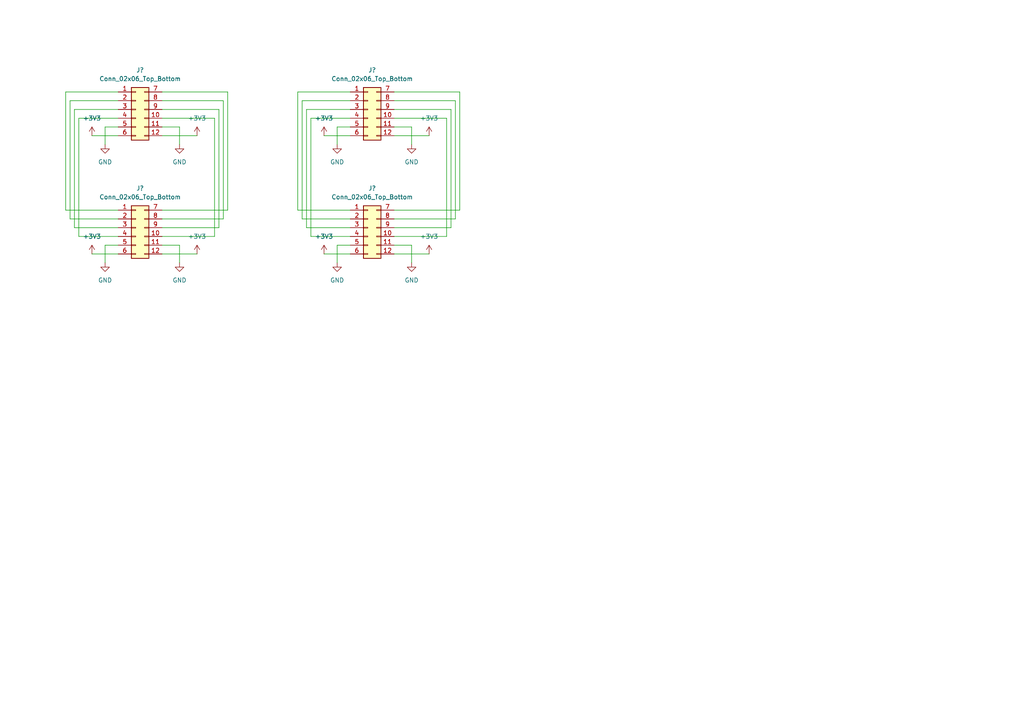
<source format=kicad_sch>
(kicad_sch (version 20211123) (generator eeschema)
  (paper "A4")
  (lib_symbols
    (symbol "Connector_Generic:Conn_02x06_Top_Bottom" (pin_names (offset 1.016) hide)
      (property "Reference" "J" (at 1.27 7.62 0))
      (property "Value" "Conn_02x06_Top_Bottom" (at 1.27 -10.16 0))
      (symbol "Conn_02x06_Top_Bottom_1_1"
        (rectangle (start -1.27 -7.493) (end 0 -7.747) (stroke (width 0.1524)))
        (rectangle (start -1.27 -4.953) (end 0 -5.207) (stroke (width 0.1524)))
        (rectangle (start -1.27 -2.413) (end 0 -2.667) (stroke (width 0.1524)))
        (rectangle (start -1.27 0.127) (end 0 -0.127) (stroke (width 0.1524)))
        (rectangle (start -1.27 2.667) (end 0 2.413) (stroke (width 0.1524)))
        (rectangle (start -1.27 5.207) (end 0 4.953) (stroke (width 0.1524)))
        (rectangle (start -1.27 6.35) (end 3.81 -8.89) (stroke (width 0.254)) (fill (type background)))
        (rectangle (start 3.81 -7.493) (end 2.54 -7.747) (stroke (width 0.1524)))
        (rectangle (start 3.81 -4.953) (end 2.54 -5.207) (stroke (width 0.1524)))
        (rectangle (start 3.81 -2.413) (end 2.54 -2.667) (stroke (width 0.1524)))
        (rectangle (start 3.81 0.127) (end 2.54 -0.127) (stroke (width 0.1524)))
        (rectangle (start 3.81 2.667) (end 2.54 2.413) (stroke (width 0.1524)))
        (rectangle (start 3.81 5.207) (end 2.54 4.953) (stroke (width 0.1524)))
        (pin passive line (at -5.08 5.08 0) (length 3.81) (name "Pin_1") (number "1"))
        (pin passive line (at 7.62 -2.54 180) (length 3.81) (name "Pin_10") (number "10"))
        (pin passive line (at 7.62 -5.08 180) (length 3.81) (name "Pin_11") (number "11"))
        (pin passive line (at 7.62 -7.62 180) (length 3.81) (name "Pin_12") (number "12"))
        (pin passive line (at -5.08 2.54 0) (length 3.81) (name "Pin_2") (number "2"))
        (pin passive line (at -5.08 0 0) (length 3.81) (name "Pin_3") (number "3"))
        (pin passive line (at -5.08 -2.54 0) (length 3.81) (name "Pin_4") (number "4"))
        (pin passive line (at -5.08 -5.08 0) (length 3.81) (name "Pin_5") (number "5"))
        (pin passive line (at -5.08 -7.62 0) (length 3.81) (name "Pin_6") (number "6"))
        (pin passive line (at 7.62 5.08 180) (length 3.81) (name "Pin_7") (number "7"))
        (pin passive line (at 7.62 2.54 180) (length 3.81) (name "Pin_8") (number "8"))
        (pin passive line (at 7.62 0 180) (length 3.81) (name "Pin_9") (number "9"))
      )
    )
    (symbol "power:+3.3V" (power) (pin_names (offset 0))
      (property "Value" "+3.3V" (at 0 3.556 0))
      (symbol "+3.3V_0_1"
        (polyline (pts (xy -0.762 1.27) (xy 0 2.54)))
        (polyline (pts (xy 0 0) (xy 0 2.54)))
        (polyline (pts (xy 0 2.54) (xy 0.762 1.27)))
      )
      (symbol "+3.3V_1_1"
        (pin power_in line (at 0 0 90) (length 0) hide (name "+3V3") (number "1"))
      )
    )
    (symbol "power:GND" (power) (pin_names (offset 0))
      (property "Value" "GND" (at 0 -3.81 0))
      (symbol "GND_0_1"
        (polyline (pts (xy 0 0) (xy 0 -1.27) (xy 1.27 -1.27) (xy 0 -2.54) (xy -1.27 -1.27) (xy 0 -1.27)))
      )
      (symbol "GND_1_1"
        (pin power_in line (at 0 0 270) (length 0) hide (name "GND") (number "1"))
      )
    )
  )
  (wire (pts (xy 34.29 63.5) (xy 20.32 63.5)))
  (wire (pts (xy 130.81 31.75) (xy 130.81 66.04)))
  (wire (pts (xy 97.79 36.83) (xy 97.79 41.91)))
  (wire (pts (xy 46.99 71.12) (xy 52.07 71.12)))
  (wire (pts (xy 97.79 71.12) (xy 97.79 76.2)))
  (wire (pts (xy 34.29 71.12) (xy 30.48 71.12)))
  (wire (pts (xy 34.29 26.67) (xy 19.05 26.67)))
  (wire (pts (xy 114.3 29.21) (xy 132.08 29.21)))
  (wire (pts (xy 52.07 71.12) (xy 52.07 76.2)))
  (wire (pts (xy 119.38 71.12) (xy 119.38 76.2)))
  (wire (pts (xy 114.3 39.37) (xy 124.46 39.37)))
  (wire (pts (xy 46.99 68.58) (xy 62.23 68.58)))
  (wire (pts (xy 86.36 26.67) (xy 86.36 60.96)))
  (wire (pts (xy 26.67 39.37) (xy 34.29 39.37)))
  (wire (pts (xy 114.3 71.12) (xy 119.38 71.12)))
  (wire (pts (xy 114.3 26.67) (xy 133.35 26.67)))
  (wire (pts (xy 90.17 68.58) (xy 90.17 34.29)))
  (wire (pts (xy 93.98 73.66) (xy 101.6 73.66)))
  (wire (pts (xy 63.5 31.75) (xy 63.5 66.04)))
  (wire (pts (xy 20.32 63.5) (xy 20.32 29.21)))
  (wire (pts (xy 21.59 31.75) (xy 21.59 66.04)))
  (wire (pts (xy 34.29 31.75) (xy 21.59 31.75)))
  (wire (pts (xy 114.3 63.5) (xy 132.08 63.5)))
  (wire (pts (xy 133.35 26.67) (xy 133.35 60.96)))
  (wire (pts (xy 88.9 31.75) (xy 88.9 66.04)))
  (wire (pts (xy 90.17 34.29) (xy 101.6 34.29)))
  (wire (pts (xy 46.99 73.66) (xy 57.15 73.66)))
  (wire (pts (xy 62.23 68.58) (xy 62.23 34.29)))
  (wire (pts (xy 26.67 73.66) (xy 34.29 73.66)))
  (wire (pts (xy 114.3 60.96) (xy 133.35 60.96)))
  (wire (pts (xy 114.3 36.83) (xy 119.38 36.83)))
  (wire (pts (xy 101.6 36.83) (xy 97.79 36.83)))
  (wire (pts (xy 19.05 26.67) (xy 19.05 60.96)))
  (wire (pts (xy 101.6 68.58) (xy 90.17 68.58)))
  (wire (pts (xy 22.86 68.58) (xy 22.86 34.29)))
  (wire (pts (xy 46.99 31.75) (xy 63.5 31.75)))
  (wire (pts (xy 46.99 66.04) (xy 63.5 66.04)))
  (wire (pts (xy 101.6 31.75) (xy 88.9 31.75)))
  (wire (pts (xy 46.99 39.37) (xy 57.15 39.37)))
  (wire (pts (xy 86.36 60.96) (xy 101.6 60.96)))
  (wire (pts (xy 46.99 36.83) (xy 52.07 36.83)))
  (wire (pts (xy 93.98 39.37) (xy 101.6 39.37)))
  (wire (pts (xy 46.99 29.21) (xy 64.77 29.21)))
  (wire (pts (xy 66.04 26.67) (xy 66.04 60.96)))
  (wire (pts (xy 114.3 34.29) (xy 129.54 34.29)))
  (wire (pts (xy 114.3 68.58) (xy 129.54 68.58)))
  (wire (pts (xy 64.77 63.5) (xy 64.77 29.21)))
  (wire (pts (xy 101.6 63.5) (xy 87.63 63.5)))
  (wire (pts (xy 20.32 29.21) (xy 34.29 29.21)))
  (wire (pts (xy 87.63 29.21) (xy 101.6 29.21)))
  (wire (pts (xy 21.59 66.04) (xy 34.29 66.04)))
  (wire (pts (xy 46.99 34.29) (xy 62.23 34.29)))
  (wire (pts (xy 22.86 34.29) (xy 34.29 34.29)))
  (wire (pts (xy 46.99 63.5) (xy 64.77 63.5)))
  (wire (pts (xy 88.9 66.04) (xy 101.6 66.04)))
  (wire (pts (xy 101.6 26.67) (xy 86.36 26.67)))
  (wire (pts (xy 46.99 26.67) (xy 66.04 26.67)))
  (wire (pts (xy 46.99 60.96) (xy 66.04 60.96)))
  (wire (pts (xy 114.3 31.75) (xy 130.81 31.75)))
  (wire (pts (xy 114.3 66.04) (xy 130.81 66.04)))
  (wire (pts (xy 34.29 68.58) (xy 22.86 68.58)))
  (wire (pts (xy 101.6 71.12) (xy 97.79 71.12)))
  (wire (pts (xy 19.05 60.96) (xy 34.29 60.96)))
  (wire (pts (xy 87.63 63.5) (xy 87.63 29.21)))
  (wire (pts (xy 30.48 36.83) (xy 30.48 41.91)))
  (wire (pts (xy 132.08 63.5) (xy 132.08 29.21)))
  (wire (pts (xy 30.48 71.12) (xy 30.48 76.2)))
  (wire (pts (xy 34.29 36.83) (xy 30.48 36.83)))
  (wire (pts (xy 52.07 36.83) (xy 52.07 41.91)))
  (wire (pts (xy 114.3 73.66) (xy 124.46 73.66)))
  (wire (pts (xy 129.54 68.58) (xy 129.54 34.29)))
  (wire (pts (xy 119.38 36.83) (xy 119.38 41.91)))
  (symbol (lib_id "power:GND") (at 52.07 76.2 0) (unit 1)
    (property "Reference" "#PWR?" (effects hide))
    (property "Value" "GND" (at 52.07 81.28 0))
  )
  (symbol (lib_id "Connector_Generic:Conn_02x06_Top_Bottom") (at 39.37 31.75 0) (unit 1)
    (property "Reference" "J?" (at 40.64 20.32 0))
    (property "Value" "Conn_02x06_Top_Bottom" (at 40.64 22.86 0))
    (property "Footprint" "Connector_PinHeader_1.00mm:PinHeader_2x06_P1.00mm_Vertical" (effects hide))
  )
  (symbol (lib_id "power:+3.3V") (at 93.98 39.37 0) (unit 1)
    (property "Reference" "#PWR?" (effects hide))
    (property "Value" "+3.3V" (at 93.98 34.29 0))
  )
  (symbol (lib_id "power:+3.3V") (at 57.15 73.66 0) (unit 1)
    (property "Reference" "#PWR?" (effects hide))
    (property "Value" "+3.3V" (at 57.15 68.58 0))
  )
  (symbol (lib_id "Connector_Generic:Conn_02x06_Top_Bottom") (at 39.37 66.04 0) (unit 1)
    (property "Reference" "J?" (at 40.64 54.61 0))
    (property "Value" "Conn_02x06_Top_Bottom" (at 40.64 57.15 0))
    (property "Footprint" "Connector_PinHeader_1.00mm:PinHeader_2x06_P1.00mm_Vertical" (effects hide))
  )
  (symbol (lib_id "power:GND") (at 119.38 76.2 0) (unit 1)
    (property "Reference" "#PWR?" (effects hide))
    (property "Value" "GND" (at 119.38 81.28 0))
  )
  (symbol (lib_id "power:+3.3V") (at 26.67 39.37 0) (unit 1)
    (property "Reference" "#PWR?" (effects hide))
    (property "Value" "+3.3V" (at 26.67 34.29 0))
  )
  (symbol (lib_id "Connector_Generic:Conn_02x06_Top_Bottom") (at 106.68 66.04 0) (unit 1)
    (property "Reference" "J?" (at 107.95 54.61 0))
    (property "Value" "Conn_02x06_Top_Bottom" (at 107.95 57.15 0))
    (property "Footprint" "Connector_PinHeader_1.00mm:PinHeader_2x06_P1.00mm_Vertical" (effects hide))
  )
  (symbol (lib_id "power:+3.3V") (at 26.67 73.66 0) (unit 1)
    (property "Reference" "#PWR?" (effects hide))
    (property "Value" "+3.3V" (at 26.67 68.58 0))
  )
  (symbol (lib_id "power:GND") (at 97.79 76.2 0) (unit 1)
    (property "Reference" "#PWR?" (effects hide))
    (property "Value" "GND" (at 97.79 81.28 0))
  )
  (symbol (lib_id "Connector_Generic:Conn_02x06_Top_Bottom") (at 106.68 31.75 0) (unit 1)
    (property "Reference" "J?" (at 107.95 20.32 0))
    (property "Value" "Conn_02x06_Top_Bottom" (at 107.95 22.86 0))
    (property "Footprint" "Connector_PinHeader_1.00mm:PinHeader_2x06_P1.00mm_Vertical" (effects hide))
  )
  (symbol (lib_id "power:GND") (at 119.38 41.91 0) (unit 1)
    (property "Reference" "#PWR?" (effects hide))
    (property "Value" "GND" (at 119.38 46.99 0))
  )
  (symbol (lib_id "power:+3.3V") (at 124.46 39.37 0) (unit 1)
    (property "Reference" "#PWR?" (effects hide))
    (property "Value" "+3.3V" (at 124.46 34.29 0))
  )
  (symbol (lib_id "power:GND") (at 97.79 41.91 0) (unit 1)
    (property "Reference" "#PWR?" (effects hide))
    (property "Value" "GND" (at 97.79 46.99 0))
  )
  (symbol (lib_id "power:GND") (at 30.48 41.91 0) (unit 1)
    (property "Reference" "#PWR?" (effects hide))
    (property "Value" "GND" (at 30.48 46.99 0))
  )
  (symbol (lib_id "power:GND") (at 30.48 76.2 0) (unit 1)
    (property "Reference" "#PWR?" (effects hide))
    (property "Value" "GND" (at 30.48 81.28 0))
  )
  (symbol (lib_id "power:+3.3V") (at 124.46 73.66 0) (unit 1)
    (property "Reference" "#PWR?" (effects hide))
    (property "Value" "+3.3V" (at 124.46 68.58 0))
  )
  (symbol (lib_id "power:+3.3V") (at 93.98 73.66 0) (unit 1)
    (property "Reference" "#PWR?" (effects hide))
    (property "Value" "+3.3V" (at 93.98 68.58 0))
  )
  (symbol (lib_id "power:GND") (at 52.07 41.91 0) (unit 1)
    (property "Reference" "#PWR?" (effects hide))
    (property "Value" "GND" (at 52.07 46.99 0))
  )
  (symbol (lib_id "power:+3.3V") (at 57.15 39.37 0) (unit 1)
    (property "Reference" "#PWR?" (effects hide))
    (property "Value" "+3.3V" (at 57.15 34.29 0))
  )
)
</source>
